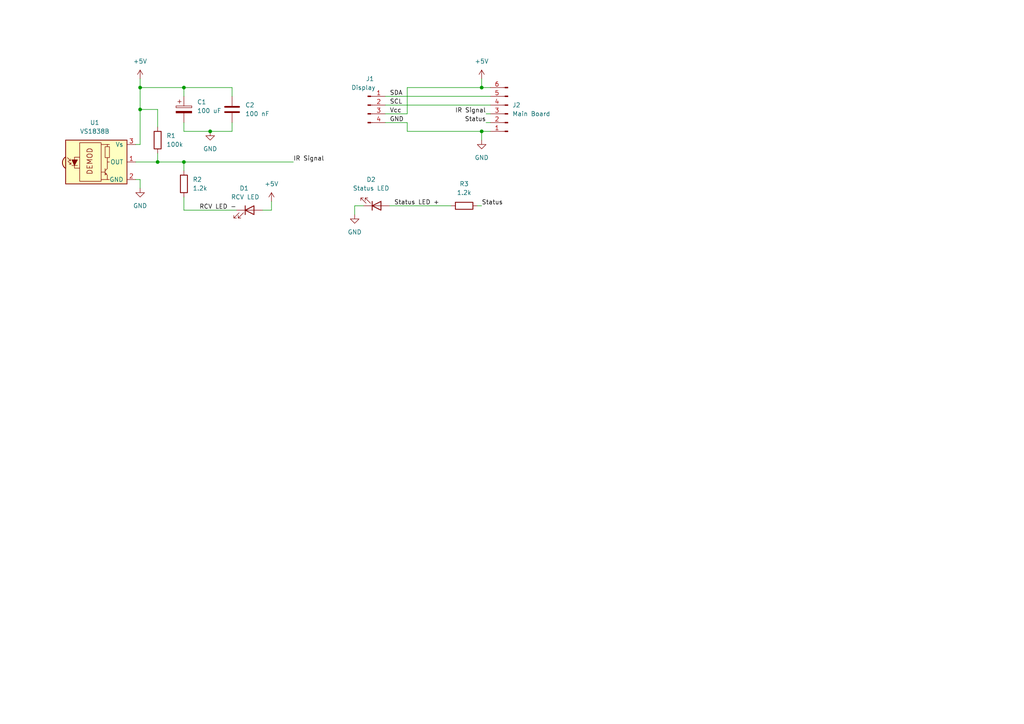
<source format=kicad_sch>
(kicad_sch (version 20230121) (generator eeschema)
  (paper "A4")
  (title_block (title "Jurek Lock Iface Board") (date "2024-01-05") (rev "0.1") (company "Kot Behemot"))
  (lib_symbols
    (symbol "Connector:Conn_01x04_Pin" (pin_names (offset 1.016) hide)
      (property "Reference" "J" (at 0 5.08 0))
      (property "Value" "Conn_01x04_Pin" (at 0 -7.62 0))
      (symbol "Conn_01x04_Pin_1_1"
        (polyline (pts (xy 1.27 -5.08) (xy 0.8636 -5.08)) (stroke (width 0.1524)))
        (polyline (pts (xy 1.27 -2.54) (xy 0.8636 -2.54)) (stroke (width 0.1524)))
        (polyline (pts (xy 1.27 0) (xy 0.8636 0)) (stroke (width 0.1524)))
        (polyline (pts (xy 1.27 2.54) (xy 0.8636 2.54)) (stroke (width 0.1524)))
        (rectangle (start 0.8636 -4.953) (end 0 -5.207) (stroke (width 0.1524)) (fill (type outline)))
        (rectangle (start 0.8636 -2.413) (end 0 -2.667) (stroke (width 0.1524)) (fill (type outline)))
        (rectangle (start 0.8636 0.127) (end 0 -0.127) (stroke (width 0.1524)) (fill (type outline)))
        (rectangle (start 0.8636 2.667) (end 0 2.413) (stroke (width 0.1524)) (fill (type outline)))
        (pin passive line (at 5.08 2.54 180) (length 3.81) (name "Pin_1") (number "1"))
        (pin passive line (at 5.08 0 180) (length 3.81) (name "Pin_2") (number "2"))
        (pin passive line (at 5.08 -2.54 180) (length 3.81) (name "Pin_3") (number "3"))
        (pin passive line (at 5.08 -5.08 180) (length 3.81) (name "Pin_4") (number "4"))
      )
    )
    (symbol "Connector:Conn_01x06_Pin" (pin_names (offset 1.016) hide)
      (property "Reference" "J" (at 0 7.62 0))
      (property "Value" "Conn_01x06_Pin" (at 0 -10.16 0))
      (symbol "Conn_01x06_Pin_1_1"
        (polyline (pts (xy 1.27 -7.62) (xy 0.8636 -7.62)) (stroke (width 0.1524)))
        (polyline (pts (xy 1.27 -5.08) (xy 0.8636 -5.08)) (stroke (width 0.1524)))
        (polyline (pts (xy 1.27 -2.54) (xy 0.8636 -2.54)) (stroke (width 0.1524)))
        (polyline (pts (xy 1.27 0) (xy 0.8636 0)) (stroke (width 0.1524)))
        (polyline (pts (xy 1.27 2.54) (xy 0.8636 2.54)) (stroke (width 0.1524)))
        (polyline (pts (xy 1.27 5.08) (xy 0.8636 5.08)) (stroke (width 0.1524)))
        (rectangle (start 0.8636 -7.493) (end 0 -7.747) (stroke (width 0.1524)) (fill (type outline)))
        (rectangle (start 0.8636 -4.953) (end 0 -5.207) (stroke (width 0.1524)) (fill (type outline)))
        (rectangle (start 0.8636 -2.413) (end 0 -2.667) (stroke (width 0.1524)) (fill (type outline)))
        (rectangle (start 0.8636 0.127) (end 0 -0.127) (stroke (width 0.1524)) (fill (type outline)))
        (rectangle (start 0.8636 2.667) (end 0 2.413) (stroke (width 0.1524)) (fill (type outline)))
        (rectangle (start 0.8636 5.207) (end 0 4.953) (stroke (width 0.1524)) (fill (type outline)))
        (pin passive line (at 5.08 5.08 180) (length 3.81) (name "Pin_1") (number "1"))
        (pin passive line (at 5.08 2.54 180) (length 3.81) (name "Pin_2") (number "2"))
        (pin passive line (at 5.08 0 180) (length 3.81) (name "Pin_3") (number "3"))
        (pin passive line (at 5.08 -2.54 180) (length 3.81) (name "Pin_4") (number "4"))
        (pin passive line (at 5.08 -5.08 180) (length 3.81) (name "Pin_5") (number "5"))
        (pin passive line (at 5.08 -7.62 180) (length 3.81) (name "Pin_6") (number "6"))
      )
    )
    (symbol "Device:C" (pin_numbers hide) (pin_names (offset 0.254))
      (property "Reference" "C" (at 0.635 2.54 0))
      (property "Value" "C" (at 0.635 -2.54 0))
      (symbol "C_0_1"
        (polyline (pts (xy -2.032 -0.762) (xy 2.032 -0.762)) (stroke (width 0.508)))
        (polyline (pts (xy -2.032 0.762) (xy 2.032 0.762)) (stroke (width 0.508)))
      )
      (symbol "C_1_1"
        (pin passive line (at 0 3.81 270) (length 2.794) (name "~") (number "1"))
        (pin passive line (at 0 -3.81 90) (length 2.794) (name "~") (number "2"))
      )
    )
    (symbol "Device:C_Polarized" (pin_numbers hide) (pin_names (offset 0.254))
      (property "Reference" "C" (at 0.635 2.54 0))
      (property "Value" "C_Polarized" (at 0.635 -2.54 0))
      (symbol "C_Polarized_0_1"
        (rectangle (start -2.286 0.508) (end 2.286 1.016))
        (polyline (pts (xy -1.778 2.286) (xy -0.762 2.286)))
        (polyline (pts (xy -1.27 2.794) (xy -1.27 1.778)))
        (rectangle (start 2.286 -0.508) (end -2.286 -1.016) (fill (type outline)))
      )
      (symbol "C_Polarized_1_1"
        (pin passive line (at 0 3.81 270) (length 2.794) (name "~") (number "1"))
        (pin passive line (at 0 -3.81 90) (length 2.794) (name "~") (number "2"))
      )
    )
    (symbol "Device:LED" (pin_numbers hide) (pin_names (offset 1.016) hide)
      (property "Reference" "D" (at 0 2.54 0))
      (property "Value" "LED" (at 0 -2.54 0))
      (symbol "LED_0_1"
        (polyline (pts (xy -1.27 -1.27) (xy -1.27 1.27)) (stroke (width 0.254)))
        (polyline (pts (xy -1.27 0) (xy 1.27 0)))
        (polyline (pts (xy 1.27 -1.27) (xy 1.27 1.27) (xy -1.27 0) (xy 1.27 -1.27)) (stroke (width 0.254)))
        (polyline (pts (xy -3.048 -0.762) (xy -4.572 -2.286) (xy -3.81 -2.286) (xy -4.572 -2.286) (xy -4.572 -1.524)))
        (polyline (pts (xy -1.778 -0.762) (xy -3.302 -2.286) (xy -2.54 -2.286) (xy -3.302 -2.286) (xy -3.302 -1.524)))
      )
      (symbol "LED_1_1"
        (pin passive line (at -3.81 0 0) (length 2.54) (name "K") (number "1"))
        (pin passive line (at 3.81 0 180) (length 2.54) (name "A") (number "2"))
      )
    )
    (symbol "Device:R" (pin_numbers hide) (pin_names (offset 0))
      (property "Reference" "R" (at 2.032 0 90))
      (property "Value" "R" (at 0 0 90))
      (symbol "R_0_1"
        (rectangle (start -1.016 -2.54) (end 1.016 2.54) (stroke (width 0.254)))
      )
      (symbol "R_1_1"
        (pin passive line (at 0 3.81 270) (length 1.27) (name "~") (number "1"))
        (pin passive line (at 0 -3.81 90) (length 1.27) (name "~") (number "2"))
      )
    )
    (symbol "Interface_Optical:TSDP343xx" (pin_names (offset 1.016))
      (property "Reference" "U" (at -10.16 7.62 0))
      (property "Value" "TSDP343xx" (at -10.16 -7.62 0))
      (symbol "TSDP343xx_0_0"
        (arc (start -10.287 1.397) (mid -11.0899 -0.1852) (end -10.287 -1.778) (stroke (width 0.254)) (fill (type background)))
        (polyline (pts (xy 1.905 -5.08) (xy 0.127 -5.08)))
        (polyline (pts (xy 1.905 5.08) (xy 0.127 5.08)))
        (text "DEMOD" (at -3.175 0.254 900) (effects (font (size 1.524 1.524))))
      )
      (symbol "TSDP343xx_0_1"
        (rectangle (start -6.096 5.588) (end 0.127 -5.588))
        (polyline (pts (xy -8.763 0.381) (xy -9.652 1.27)))
        (polyline (pts (xy -8.763 0.381) (xy -9.271 0.381)))
        (polyline (pts (xy -8.763 0.381) (xy -8.763 0.889)))
        (polyline (pts (xy -8.636 -0.635) (xy -9.525 0.254)))
        (polyline (pts (xy -8.636 -0.635) (xy -9.144 -0.635)))
        (polyline (pts (xy -8.636 -0.635) (xy -8.636 -0.127)))
        (polyline (pts (xy -8.382 -1.016) (xy -6.731 -1.016)))
        (polyline (pts (xy 1.27 -2.921) (xy 0.127 -2.921)))
        (polyline (pts (xy 1.27 -1.905) (xy 1.27 -3.81)))
        (polyline (pts (xy 1.397 -3.556) (xy 1.524 -3.556)))
        (polyline (pts (xy 1.651 -3.556) (xy 1.524 -3.556)))
        (polyline (pts (xy 1.651 -3.556) (xy 1.651 -3.302)))
        (polyline (pts (xy 1.905 0) (xy 1.905 1.27)))
        (polyline (pts (xy 1.905 4.445) (xy 1.905 5.08) (xy 2.54 5.08)))
        (polyline (pts (xy -8.382 0.635) (xy -6.731 0.635) (xy -7.62 -1.016) (xy -8.382 0.635)) (fill (type outline)))
        (polyline (pts (xy -6.096 1.397) (xy -7.62 1.397) (xy -7.62 -1.778) (xy -6.096 -1.778)))
        (polyline (pts (xy 1.27 -3.175) (xy 1.905 -3.81) (xy 1.905 -5.08) (xy 2.54 -5.08)))
        (polyline (pts (xy 1.27 -2.54) (xy 1.905 -1.905) (xy 1.905 0) (xy 2.54 0)))
        (rectangle (start 2.54 1.27) (end 1.27 4.445))
        (rectangle (start 7.62 6.35) (end -10.16 -6.35) (stroke (width 0.254)) (fill (type background)))
      )
      (symbol "TSDP343xx_1_1"
        (pin output line (at 10.16 0 180) (length 2.54) (name "OUT") (number "1"))
        (pin power_in line (at 10.16 -5.08 180) (length 2.54) (name "GND") (number "2"))
        (pin power_in line (at 10.16 5.08 180) (length 2.54) (name "Vs") (number "3"))
      )
    )
    (symbol "power:+5V" (power) (pin_names (offset 0))
      (property "Value" "+5V" (at 0 3.556 0))
      (symbol "+5V_0_1"
        (polyline (pts (xy -0.762 1.27) (xy 0 2.54)))
        (polyline (pts (xy 0 0) (xy 0 2.54)))
        (polyline (pts (xy 0 2.54) (xy 0.762 1.27)))
      )
      (symbol "+5V_1_1"
        (pin power_in line (at 0 0 90) (length 0) hide (name "+5V") (number "1"))
      )
    )
    (symbol "power:GND" (power) (pin_names (offset 0))
      (property "Value" "GND" (at 0 -3.81 0))
      (symbol "GND_0_1"
        (polyline (pts (xy 0 0) (xy 0 -1.27) (xy 1.27 -1.27) (xy 0 -2.54) (xy -1.27 -1.27) (xy 0 -1.27)))
      )
      (symbol "GND_1_1"
        (pin power_in line (at 0 0 270) (length 0) hide (name "GND") (number "1"))
      )
    )
  )
  (junction (at 40.64 25.4))
  (junction (at 53.34 46.99))
  (junction (at 45.72 46.99))
  (junction (at 139.7 25.4))
  (junction (at 40.64 31.75))
  (junction (at 53.34 25.4))
  (junction (at 139.7 38.1))
  (junction (at 60.96 38.1))
  (wire (pts (xy 67.31 25.4) (xy 53.34 25.4)))
  (wire (pts (xy 53.34 57.15) (xy 53.34 60.96)))
  (wire (pts (xy 40.64 41.91) (xy 40.64 31.75)))
  (wire (pts (xy 40.64 25.4) (xy 40.64 22.86)))
  (wire (pts (xy 118.11 25.4) (xy 118.11 33.02)))
  (wire (pts (xy 111.76 35.56) (xy 118.11 35.56)))
  (wire (pts (xy 78.74 58.42) (xy 78.74 60.96)))
  (wire (pts (xy 40.64 52.07) (xy 40.64 54.61)))
  (wire (pts (xy 67.31 27.94) (xy 67.31 25.4)))
  (wire (pts (xy 140.97 35.56) (xy 142.24 35.56)))
  (wire (pts (xy 140.97 33.02) (xy 142.24 33.02)))
  (wire (pts (xy 45.72 46.99) (xy 53.34 46.99)))
  (wire (pts (xy 111.76 33.02) (xy 118.11 33.02)))
  (wire (pts (xy 45.72 31.75) (xy 40.64 31.75)))
  (wire (pts (xy 118.11 38.1) (xy 118.11 35.56)))
  (wire (pts (xy 102.87 62.23) (xy 102.87 59.69)))
  (wire (pts (xy 53.34 35.56) (xy 53.34 38.1)))
  (wire (pts (xy 53.34 46.99) (xy 85.09 46.99)))
  (wire (pts (xy 40.64 41.91) (xy 39.37 41.91)))
  (wire (pts (xy 53.34 38.1) (xy 60.96 38.1)))
  (wire (pts (xy 139.7 22.86) (xy 139.7 25.4)))
  (wire (pts (xy 39.37 52.07) (xy 40.64 52.07)))
  (wire (pts (xy 139.7 59.69) (xy 138.43 59.69)))
  (wire (pts (xy 139.7 38.1) (xy 139.7 40.64)))
  (wire (pts (xy 139.7 25.4) (xy 118.11 25.4)))
  (wire (pts (xy 67.31 38.1) (xy 60.96 38.1)))
  (wire (pts (xy 53.34 60.96) (xy 68.58 60.96)))
  (wire (pts (xy 139.7 25.4) (xy 142.24 25.4)))
  (wire (pts (xy 45.72 44.45) (xy 45.72 46.99)))
  (wire (pts (xy 111.76 27.94) (xy 142.24 27.94)))
  (wire (pts (xy 111.76 30.48) (xy 142.24 30.48)))
  (wire (pts (xy 45.72 36.83) (xy 45.72 31.75)))
  (wire (pts (xy 78.74 60.96) (xy 76.2 60.96)))
  (wire (pts (xy 53.34 46.99) (xy 53.34 49.53)))
  (wire (pts (xy 139.7 38.1) (xy 118.11 38.1)))
  (wire (pts (xy 53.34 27.94) (xy 53.34 25.4)))
  (wire (pts (xy 39.37 46.99) (xy 45.72 46.99)))
  (wire (pts (xy 67.31 35.56) (xy 67.31 38.1)))
  (wire (pts (xy 40.64 31.75) (xy 40.64 25.4)))
  (wire (pts (xy 142.24 38.1) (xy 139.7 38.1)))
  (wire (pts (xy 40.64 25.4) (xy 53.34 25.4)))
  (wire (pts (xy 130.81 59.69) (xy 113.03 59.69)))
  (wire (pts (xy 102.87 59.69) (xy 105.41 59.69)))
  (label "Status" (at 140.97 35.56 180))
  (label "SDA" (at 113.03 27.94 0))
  (label "Status" (at 139.7 59.69 0))
  (label "IR Signal" (at 85.09 46.99 0))
  (label "RCV LED -" (at 68.58 60.96 180))
  (label "IR Signal" (at 140.97 33.02 180))
  (label "Vcc" (at 113.03 33.02 0))
  (label "Status LED +" (at 114.3 59.69 0))
  (label "SCL" (at 113.03 30.48 0))
  (label "GND" (at 113.03 35.56 0))
  (symbol (lib_id "Connector:Conn_01x06_Pin") (at 147.32 33.02 180) (unit 1)
    (property "Reference" "J2" (at 148.59 30.48 0) (effects (justify right)))
    (property "Value" "Main Board" (at 148.59 33.02 0) (effects (justify right)))
    (property "Footprint" "Connector_JST:JST_XH_B6B-XH-A_1x06_P2.50mm_Vertical" (effects hide))
  )
  (symbol (lib_id "Device:LED") (at 109.22 59.69 0) (mirror x) (unit 1)
    (property "Reference" "D2" (at 107.6325 52.07 0))
    (property "Value" "Status LED" (at 107.6325 54.61 0))
    (property "Footprint" "LED_THT:LED_D3.0mm" (effects hide))
  )
  (symbol (lib_id "power:+5V") (at 139.7 22.86 0) (unit 1)
    (property "Reference" "#PWR06" (effects hide))
    (property "Value" "+5V" (at 139.7 17.78 0))
  )
  (symbol (lib_id "Device:R") (at 45.72 40.64 0) (unit 1)
    (property "Reference" "R1" (at 48.26 39.37 0) (effects (justify left)))
    (property "Value" "100k" (at 48.26 41.91 0) (effects (justify left)))
    (property "Footprint" "Resistor_THT:R_Axial_DIN0207_L6.3mm_D2.5mm_P7.62mm_Horizontal" (effects hide))
  )
  (symbol (lib_id "Device:R") (at 53.34 53.34 0) (unit 1)
    (property "Reference" "R2" (at 55.88 52.07 0) (effects (justify left)))
    (property "Value" "1.2k" (at 55.88 54.61 0) (effects (justify left)))
    (property "Footprint" "Resistor_THT:R_Axial_DIN0207_L6.3mm_D2.5mm_P7.62mm_Horizontal" (effects hide))
  )
  (symbol (lib_id "Interface_Optical:TSDP343xx") (at 29.21 46.99 0) (unit 1)
    (property "Reference" "U1" (at 27.475 35.56 0))
    (property "Value" "VS1838B" (at 27.475 38.1 0))
    (property "Footprint" "OptoDevice:Vishay_MOLD-3Pin" (effects hide))
    (property "Datasheet" "http://www.vishay.com/docs/82667/tsdp341.pdf" (effects hide))
  )
  (symbol (lib_id "power:GND") (at 60.96 38.1 0) (unit 1)
    (property "Reference" "#PWR03" (effects hide))
    (property "Value" "GND" (at 60.96 43.18 0))
  )
  (symbol (lib_id "power:GND") (at 139.7 40.64 0) (unit 1)
    (property "Reference" "#PWR07" (effects hide))
    (property "Value" "GND" (at 139.7 45.72 0))
  )
  (symbol (lib_id "Device:LED") (at 72.39 60.96 0) (unit 1)
    (property "Reference" "D1" (at 70.8025 54.61 0))
    (property "Value" "RCV LED" (at 71.12 57.15 0))
    (property "Footprint" "LED_THT:LED_D3.0mm" (effects hide))
  )
  (symbol (lib_id "power:GND") (at 40.64 54.61 0) (unit 1)
    (property "Reference" "#PWR02" (effects hide))
    (property "Value" "GND" (at 40.64 59.69 0))
  )
  (symbol (lib_id "Device:C_Polarized") (at 53.34 31.75 0) (unit 1)
    (property "Reference" "C1" (at 57.15 29.591 0) (effects (justify left)))
    (property "Value" "100 uF" (at 57.15 32.131 0) (effects (justify left)))
    (property "Footprint" "Capacitor_THT:CP_Radial_D6.3mm_P2.50mm" (effects hide))
  )
  (symbol (lib_id "Connector:Conn_01x04_Pin") (at 106.68 30.48 0) (unit 1)
    (property "Reference" "J1" (at 107.315 22.86 0))
    (property "Value" "Display" (at 105.41 25.4 0))
    (property "Footprint" "Connector_PinHeader_2.54mm:PinHeader_1x04_P2.54mm_Vertical" (effects hide))
  )
  (symbol (lib_id "power:+5V") (at 78.74 58.42 0) (unit 1)
    (property "Reference" "#PWR04" (effects hide))
    (property "Value" "+5V" (at 78.74 53.34 0))
  )
  (symbol (lib_id "Device:R") (at 134.62 59.69 270) (mirror x) (unit 1)
    (property "Reference" "R3" (at 134.62 53.34 90))
    (property "Value" "1.2k" (at 134.62 55.88 90))
    (property "Footprint" "Resistor_THT:R_Axial_DIN0207_L6.3mm_D2.5mm_P7.62mm_Horizontal" (effects hide))
  )
  (symbol (lib_id "Device:C") (at 67.31 31.75 0) (unit 1)
    (property "Reference" "C2" (at 71.12 30.48 0) (effects (justify left)))
    (property "Value" "100 nF" (at 71.12 33.02 0) (effects (justify left)))
    (property "Footprint" "Capacitor_THT:C_Disc_D5.0mm_W2.5mm_P2.50mm" (effects hide))
  )
  (symbol (lib_id "power:GND") (at 102.87 62.23 0) (mirror y) (unit 1)
    (property "Reference" "#PWR05" (effects hide))
    (property "Value" "GND" (at 102.87 67.31 0))
  )
  (symbol (lib_id "power:+5V") (at 40.64 22.86 0) (unit 1)
    (property "Reference" "#PWR01" (effects hide))
    (property "Value" "+5V" (at 40.64 17.78 0))
  )
)
</source>
